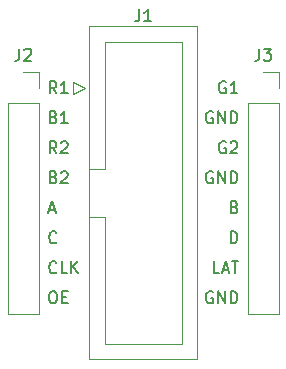
<source format=gbr>
%TF.GenerationSoftware,KiCad,Pcbnew,5.1.10*%
%TF.CreationDate,2021-11-17T23:41:25-05:00*%
%TF.ProjectId,RGB-Breakout,5247422d-4272-4656-916b-6f75742e6b69,rev?*%
%TF.SameCoordinates,Original*%
%TF.FileFunction,Legend,Top*%
%TF.FilePolarity,Positive*%
%FSLAX46Y46*%
G04 Gerber Fmt 4.6, Leading zero omitted, Abs format (unit mm)*
G04 Created by KiCad (PCBNEW 5.1.10) date 2021-11-17 23:41:25*
%MOMM*%
%LPD*%
G01*
G04 APERTURE LIST*
%ADD10C,0.150000*%
%ADD11C,0.120000*%
G04 APERTURE END LIST*
D10*
X139475595Y-103322380D02*
X139475595Y-102322380D01*
X139713690Y-102322380D01*
X139856547Y-102370000D01*
X139951785Y-102465238D01*
X139999404Y-102560476D01*
X140047023Y-102750952D01*
X140047023Y-102893809D01*
X139999404Y-103084285D01*
X139951785Y-103179523D01*
X139856547Y-103274761D01*
X139713690Y-103322380D01*
X139475595Y-103322380D01*
X139808928Y-100258571D02*
X139951785Y-100306190D01*
X139999404Y-100353809D01*
X140047023Y-100449047D01*
X140047023Y-100591904D01*
X139999404Y-100687142D01*
X139951785Y-100734761D01*
X139856547Y-100782380D01*
X139475595Y-100782380D01*
X139475595Y-99782380D01*
X139808928Y-99782380D01*
X139904166Y-99830000D01*
X139951785Y-99877619D01*
X139999404Y-99972857D01*
X139999404Y-100068095D01*
X139951785Y-100163333D01*
X139904166Y-100210952D01*
X139808928Y-100258571D01*
X139475595Y-100258571D01*
X138523214Y-105862380D02*
X138047023Y-105862380D01*
X138047023Y-104862380D01*
X138808928Y-105576666D02*
X139285119Y-105576666D01*
X138713690Y-105862380D02*
X139047023Y-104862380D01*
X139380357Y-105862380D01*
X139570833Y-104862380D02*
X140142261Y-104862380D01*
X139856547Y-105862380D02*
X139856547Y-104862380D01*
X137951785Y-107450000D02*
X137856547Y-107402380D01*
X137713690Y-107402380D01*
X137570833Y-107450000D01*
X137475595Y-107545238D01*
X137427976Y-107640476D01*
X137380357Y-107830952D01*
X137380357Y-107973809D01*
X137427976Y-108164285D01*
X137475595Y-108259523D01*
X137570833Y-108354761D01*
X137713690Y-108402380D01*
X137808928Y-108402380D01*
X137951785Y-108354761D01*
X137999404Y-108307142D01*
X137999404Y-107973809D01*
X137808928Y-107973809D01*
X138427976Y-108402380D02*
X138427976Y-107402380D01*
X138999404Y-108402380D01*
X138999404Y-107402380D01*
X139475595Y-108402380D02*
X139475595Y-107402380D01*
X139713690Y-107402380D01*
X139856547Y-107450000D01*
X139951785Y-107545238D01*
X139999404Y-107640476D01*
X140047023Y-107830952D01*
X140047023Y-107973809D01*
X139999404Y-108164285D01*
X139951785Y-108259523D01*
X139856547Y-108354761D01*
X139713690Y-108402380D01*
X139475595Y-108402380D01*
X137951785Y-97290000D02*
X137856547Y-97242380D01*
X137713690Y-97242380D01*
X137570833Y-97290000D01*
X137475595Y-97385238D01*
X137427976Y-97480476D01*
X137380357Y-97670952D01*
X137380357Y-97813809D01*
X137427976Y-98004285D01*
X137475595Y-98099523D01*
X137570833Y-98194761D01*
X137713690Y-98242380D01*
X137808928Y-98242380D01*
X137951785Y-98194761D01*
X137999404Y-98147142D01*
X137999404Y-97813809D01*
X137808928Y-97813809D01*
X138427976Y-98242380D02*
X138427976Y-97242380D01*
X138999404Y-98242380D01*
X138999404Y-97242380D01*
X139475595Y-98242380D02*
X139475595Y-97242380D01*
X139713690Y-97242380D01*
X139856547Y-97290000D01*
X139951785Y-97385238D01*
X139999404Y-97480476D01*
X140047023Y-97670952D01*
X140047023Y-97813809D01*
X139999404Y-98004285D01*
X139951785Y-98099523D01*
X139856547Y-98194761D01*
X139713690Y-98242380D01*
X139475595Y-98242380D01*
X139047023Y-94750000D02*
X138951785Y-94702380D01*
X138808928Y-94702380D01*
X138666071Y-94750000D01*
X138570833Y-94845238D01*
X138523214Y-94940476D01*
X138475595Y-95130952D01*
X138475595Y-95273809D01*
X138523214Y-95464285D01*
X138570833Y-95559523D01*
X138666071Y-95654761D01*
X138808928Y-95702380D01*
X138904166Y-95702380D01*
X139047023Y-95654761D01*
X139094642Y-95607142D01*
X139094642Y-95273809D01*
X138904166Y-95273809D01*
X139475595Y-94797619D02*
X139523214Y-94750000D01*
X139618452Y-94702380D01*
X139856547Y-94702380D01*
X139951785Y-94750000D01*
X139999404Y-94797619D01*
X140047023Y-94892857D01*
X140047023Y-94988095D01*
X139999404Y-95130952D01*
X139427976Y-95702380D01*
X140047023Y-95702380D01*
X137951785Y-92210000D02*
X137856547Y-92162380D01*
X137713690Y-92162380D01*
X137570833Y-92210000D01*
X137475595Y-92305238D01*
X137427976Y-92400476D01*
X137380357Y-92590952D01*
X137380357Y-92733809D01*
X137427976Y-92924285D01*
X137475595Y-93019523D01*
X137570833Y-93114761D01*
X137713690Y-93162380D01*
X137808928Y-93162380D01*
X137951785Y-93114761D01*
X137999404Y-93067142D01*
X137999404Y-92733809D01*
X137808928Y-92733809D01*
X138427976Y-93162380D02*
X138427976Y-92162380D01*
X138999404Y-93162380D01*
X138999404Y-92162380D01*
X139475595Y-93162380D02*
X139475595Y-92162380D01*
X139713690Y-92162380D01*
X139856547Y-92210000D01*
X139951785Y-92305238D01*
X139999404Y-92400476D01*
X140047023Y-92590952D01*
X140047023Y-92733809D01*
X139999404Y-92924285D01*
X139951785Y-93019523D01*
X139856547Y-93114761D01*
X139713690Y-93162380D01*
X139475595Y-93162380D01*
X139047023Y-89670000D02*
X138951785Y-89622380D01*
X138808928Y-89622380D01*
X138666071Y-89670000D01*
X138570833Y-89765238D01*
X138523214Y-89860476D01*
X138475595Y-90050952D01*
X138475595Y-90193809D01*
X138523214Y-90384285D01*
X138570833Y-90479523D01*
X138666071Y-90574761D01*
X138808928Y-90622380D01*
X138904166Y-90622380D01*
X139047023Y-90574761D01*
X139094642Y-90527142D01*
X139094642Y-90193809D01*
X138904166Y-90193809D01*
X140047023Y-90622380D02*
X139475595Y-90622380D01*
X139761309Y-90622380D02*
X139761309Y-89622380D01*
X139666071Y-89765238D01*
X139570833Y-89860476D01*
X139475595Y-89908095D01*
X124351071Y-107402380D02*
X124541547Y-107402380D01*
X124636785Y-107450000D01*
X124732023Y-107545238D01*
X124779642Y-107735714D01*
X124779642Y-108069047D01*
X124732023Y-108259523D01*
X124636785Y-108354761D01*
X124541547Y-108402380D01*
X124351071Y-108402380D01*
X124255833Y-108354761D01*
X124160595Y-108259523D01*
X124112976Y-108069047D01*
X124112976Y-107735714D01*
X124160595Y-107545238D01*
X124255833Y-107450000D01*
X124351071Y-107402380D01*
X125208214Y-107878571D02*
X125541547Y-107878571D01*
X125684404Y-108402380D02*
X125208214Y-108402380D01*
X125208214Y-107402380D01*
X125684404Y-107402380D01*
X124732023Y-105767142D02*
X124684404Y-105814761D01*
X124541547Y-105862380D01*
X124446309Y-105862380D01*
X124303452Y-105814761D01*
X124208214Y-105719523D01*
X124160595Y-105624285D01*
X124112976Y-105433809D01*
X124112976Y-105290952D01*
X124160595Y-105100476D01*
X124208214Y-105005238D01*
X124303452Y-104910000D01*
X124446309Y-104862380D01*
X124541547Y-104862380D01*
X124684404Y-104910000D01*
X124732023Y-104957619D01*
X125636785Y-105862380D02*
X125160595Y-105862380D01*
X125160595Y-104862380D01*
X125970119Y-105862380D02*
X125970119Y-104862380D01*
X126541547Y-105862380D02*
X126112976Y-105290952D01*
X126541547Y-104862380D02*
X125970119Y-105433809D01*
X124732023Y-103227142D02*
X124684404Y-103274761D01*
X124541547Y-103322380D01*
X124446309Y-103322380D01*
X124303452Y-103274761D01*
X124208214Y-103179523D01*
X124160595Y-103084285D01*
X124112976Y-102893809D01*
X124112976Y-102750952D01*
X124160595Y-102560476D01*
X124208214Y-102465238D01*
X124303452Y-102370000D01*
X124446309Y-102322380D01*
X124541547Y-102322380D01*
X124684404Y-102370000D01*
X124732023Y-102417619D01*
X124112976Y-100496666D02*
X124589166Y-100496666D01*
X124017738Y-100782380D02*
X124351071Y-99782380D01*
X124684404Y-100782380D01*
X124493928Y-97718571D02*
X124636785Y-97766190D01*
X124684404Y-97813809D01*
X124732023Y-97909047D01*
X124732023Y-98051904D01*
X124684404Y-98147142D01*
X124636785Y-98194761D01*
X124541547Y-98242380D01*
X124160595Y-98242380D01*
X124160595Y-97242380D01*
X124493928Y-97242380D01*
X124589166Y-97290000D01*
X124636785Y-97337619D01*
X124684404Y-97432857D01*
X124684404Y-97528095D01*
X124636785Y-97623333D01*
X124589166Y-97670952D01*
X124493928Y-97718571D01*
X124160595Y-97718571D01*
X125112976Y-97337619D02*
X125160595Y-97290000D01*
X125255833Y-97242380D01*
X125493928Y-97242380D01*
X125589166Y-97290000D01*
X125636785Y-97337619D01*
X125684404Y-97432857D01*
X125684404Y-97528095D01*
X125636785Y-97670952D01*
X125065357Y-98242380D01*
X125684404Y-98242380D01*
X124732023Y-95702380D02*
X124398690Y-95226190D01*
X124160595Y-95702380D02*
X124160595Y-94702380D01*
X124541547Y-94702380D01*
X124636785Y-94750000D01*
X124684404Y-94797619D01*
X124732023Y-94892857D01*
X124732023Y-95035714D01*
X124684404Y-95130952D01*
X124636785Y-95178571D01*
X124541547Y-95226190D01*
X124160595Y-95226190D01*
X125112976Y-94797619D02*
X125160595Y-94750000D01*
X125255833Y-94702380D01*
X125493928Y-94702380D01*
X125589166Y-94750000D01*
X125636785Y-94797619D01*
X125684404Y-94892857D01*
X125684404Y-94988095D01*
X125636785Y-95130952D01*
X125065357Y-95702380D01*
X125684404Y-95702380D01*
X124493928Y-92638571D02*
X124636785Y-92686190D01*
X124684404Y-92733809D01*
X124732023Y-92829047D01*
X124732023Y-92971904D01*
X124684404Y-93067142D01*
X124636785Y-93114761D01*
X124541547Y-93162380D01*
X124160595Y-93162380D01*
X124160595Y-92162380D01*
X124493928Y-92162380D01*
X124589166Y-92210000D01*
X124636785Y-92257619D01*
X124684404Y-92352857D01*
X124684404Y-92448095D01*
X124636785Y-92543333D01*
X124589166Y-92590952D01*
X124493928Y-92638571D01*
X124160595Y-92638571D01*
X125684404Y-93162380D02*
X125112976Y-93162380D01*
X125398690Y-93162380D02*
X125398690Y-92162380D01*
X125303452Y-92305238D01*
X125208214Y-92400476D01*
X125112976Y-92448095D01*
X124732023Y-90622380D02*
X124398690Y-90146190D01*
X124160595Y-90622380D02*
X124160595Y-89622380D01*
X124541547Y-89622380D01*
X124636785Y-89670000D01*
X124684404Y-89717619D01*
X124732023Y-89812857D01*
X124732023Y-89955714D01*
X124684404Y-90050952D01*
X124636785Y-90098571D01*
X124541547Y-90146190D01*
X124160595Y-90146190D01*
X125684404Y-90622380D02*
X125112976Y-90622380D01*
X125398690Y-90622380D02*
X125398690Y-89622380D01*
X125303452Y-89765238D01*
X125208214Y-89860476D01*
X125112976Y-89908095D01*
D11*
%TO.C,J1*%
X126130000Y-90670000D02*
X127130000Y-90170000D01*
X126130000Y-89670000D02*
X126130000Y-90670000D01*
X127130000Y-90170000D02*
X126130000Y-89670000D01*
X128830000Y-101110000D02*
X127520000Y-101110000D01*
X128830000Y-101110000D02*
X128830000Y-101110000D01*
X128830000Y-111860000D02*
X128830000Y-101110000D01*
X135330000Y-111860000D02*
X128830000Y-111860000D01*
X135330000Y-86260000D02*
X135330000Y-111860000D01*
X128830000Y-86260000D02*
X135330000Y-86260000D01*
X128830000Y-97010000D02*
X128830000Y-86260000D01*
X127520000Y-97010000D02*
X128830000Y-97010000D01*
X127520000Y-113160000D02*
X127520000Y-84960000D01*
X136640000Y-113160000D02*
X127520000Y-113160000D01*
X136640000Y-84960000D02*
X136640000Y-113160000D01*
X127520000Y-84960000D02*
X136640000Y-84960000D01*
%TO.C,J2*%
X121920000Y-88840000D02*
X123250000Y-88840000D01*
X123250000Y-88840000D02*
X123250000Y-90170000D01*
X123250000Y-91440000D02*
X123250000Y-109280000D01*
X120590000Y-109280000D02*
X123250000Y-109280000D01*
X120590000Y-91440000D02*
X120590000Y-109280000D01*
X120590000Y-91440000D02*
X123250000Y-91440000D01*
%TO.C,J3*%
X142240000Y-88840000D02*
X143570000Y-88840000D01*
X143570000Y-88840000D02*
X143570000Y-90170000D01*
X143570000Y-91440000D02*
X143570000Y-109280000D01*
X140910000Y-109280000D02*
X143570000Y-109280000D01*
X140910000Y-91440000D02*
X140910000Y-109280000D01*
X140910000Y-91440000D02*
X143570000Y-91440000D01*
%TO.C,J1*%
D10*
X131746666Y-83522380D02*
X131746666Y-84236666D01*
X131699047Y-84379523D01*
X131603809Y-84474761D01*
X131460952Y-84522380D01*
X131365714Y-84522380D01*
X132746666Y-84522380D02*
X132175238Y-84522380D01*
X132460952Y-84522380D02*
X132460952Y-83522380D01*
X132365714Y-83665238D01*
X132270476Y-83760476D01*
X132175238Y-83808095D01*
%TO.C,J2*%
X121586666Y-86852380D02*
X121586666Y-87566666D01*
X121539047Y-87709523D01*
X121443809Y-87804761D01*
X121300952Y-87852380D01*
X121205714Y-87852380D01*
X122015238Y-86947619D02*
X122062857Y-86900000D01*
X122158095Y-86852380D01*
X122396190Y-86852380D01*
X122491428Y-86900000D01*
X122539047Y-86947619D01*
X122586666Y-87042857D01*
X122586666Y-87138095D01*
X122539047Y-87280952D01*
X121967619Y-87852380D01*
X122586666Y-87852380D01*
%TO.C,J3*%
X141906666Y-86852380D02*
X141906666Y-87566666D01*
X141859047Y-87709523D01*
X141763809Y-87804761D01*
X141620952Y-87852380D01*
X141525714Y-87852380D01*
X142287619Y-86852380D02*
X142906666Y-86852380D01*
X142573333Y-87233333D01*
X142716190Y-87233333D01*
X142811428Y-87280952D01*
X142859047Y-87328571D01*
X142906666Y-87423809D01*
X142906666Y-87661904D01*
X142859047Y-87757142D01*
X142811428Y-87804761D01*
X142716190Y-87852380D01*
X142430476Y-87852380D01*
X142335238Y-87804761D01*
X142287619Y-87757142D01*
%TD*%
M02*

</source>
